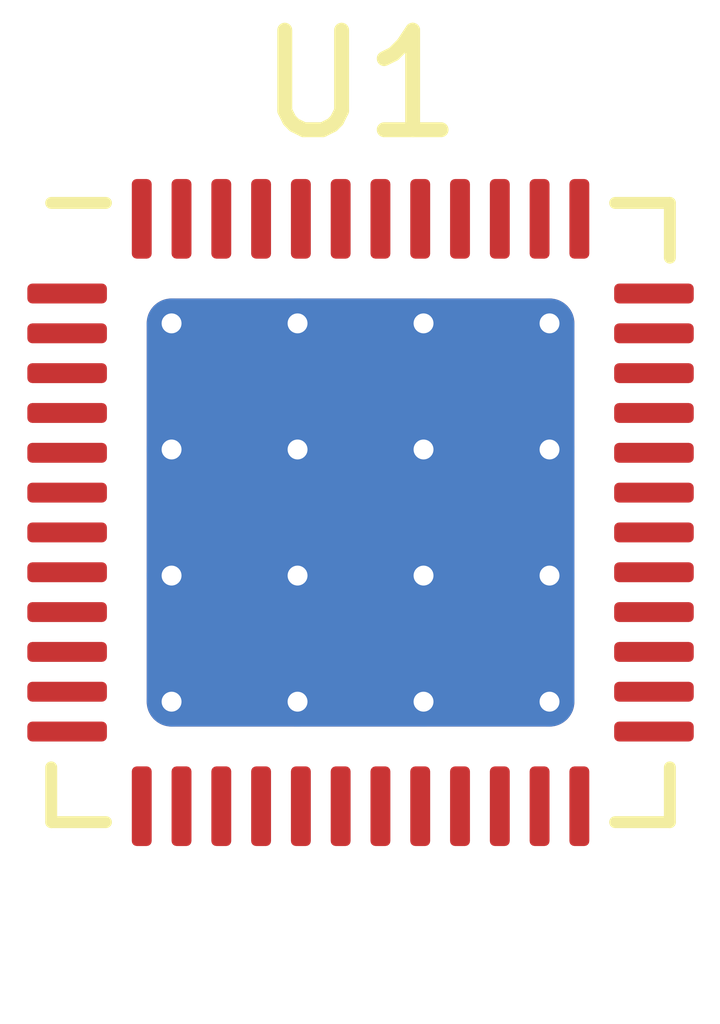
<source format=kicad_pcb>
(kicad_pcb (version 20171130) (host pcbnew 5.1.5-52549c5~84~ubuntu18.04.1)

  (general
    (thickness 1.6)
    (drawings 0)
    (tracks 0)
    (zones 0)
    (modules 1)
    (nets 2)
  )

  (page A4)
  (title_block
    (title "AXP203 Example PCB Implementation")
    (date 2019-12-24)
    (rev V1.0)
    (company "Embedded System Labs")
  )

  (layers
    (0 F.Cu signal)
    (31 B.Cu signal)
    (32 B.Adhes user)
    (33 F.Adhes user)
    (34 B.Paste user)
    (35 F.Paste user)
    (36 B.SilkS user)
    (37 F.SilkS user)
    (38 B.Mask user)
    (39 F.Mask user)
    (40 Dwgs.User user)
    (41 Cmts.User user)
    (42 Eco1.User user)
    (43 Eco2.User user)
    (44 Edge.Cuts user)
    (45 Margin user)
    (46 B.CrtYd user)
    (47 F.CrtYd user)
    (48 B.Fab user)
    (49 F.Fab user)
  )

  (setup
    (last_trace_width 0.25)
    (trace_clearance 0.2)
    (zone_clearance 0.508)
    (zone_45_only no)
    (trace_min 0.2)
    (via_size 0.8)
    (via_drill 0.4)
    (via_min_size 0.4)
    (via_min_drill 0.3)
    (uvia_size 0.3)
    (uvia_drill 0.1)
    (uvias_allowed no)
    (uvia_min_size 0.2)
    (uvia_min_drill 0.1)
    (edge_width 0.05)
    (segment_width 0.2)
    (pcb_text_width 0.3)
    (pcb_text_size 1.5 1.5)
    (mod_edge_width 0.12)
    (mod_text_size 1 1)
    (mod_text_width 0.15)
    (pad_size 1.524 1.524)
    (pad_drill 0.762)
    (pad_to_mask_clearance 0.051)
    (solder_mask_min_width 0.25)
    (aux_axis_origin 0 0)
    (visible_elements FFFFFF7F)
    (pcbplotparams
      (layerselection 0x010fc_ffffffff)
      (usegerberextensions false)
      (usegerberattributes false)
      (usegerberadvancedattributes false)
      (creategerberjobfile false)
      (excludeedgelayer true)
      (linewidth 0.100000)
      (plotframeref false)
      (viasonmask false)
      (mode 1)
      (useauxorigin false)
      (hpglpennumber 1)
      (hpglpenspeed 20)
      (hpglpendiameter 15.000000)
      (psnegative false)
      (psa4output false)
      (plotreference true)
      (plotvalue true)
      (plotinvisibletext false)
      (padsonsilk false)
      (subtractmaskfromsilk false)
      (outputformat 1)
      (mirror false)
      (drillshape 1)
      (scaleselection 1)
      (outputdirectory ""))
  )

  (net 0 "")
  (net 1 "Net-(U1-Pad49)")

  (net_class Default "This is the default net class."
    (clearance 0.2)
    (trace_width 0.25)
    (via_dia 0.8)
    (via_drill 0.4)
    (uvia_dia 0.3)
    (uvia_drill 0.1)
    (add_net "Net-(U1-Pad49)")
  )

  (module X_Powers:AXP203_QFN48 (layer F.Cu) (tedit 5C23F317) (tstamp 5E021F1C)
    (at 147.14 98.63)
    (descr "QFN, 48 Pin (https://www.espressif.com/sites/default/files/documentation/esp32_datasheet_en.pdf (page 38)), generated with kicad-footprint-generator ipc_dfn_qfn_generator.py")
    (tags "QFN DFN_QFN")
    (path /5E09CC0F/5E09CC8E)
    (attr smd)
    (fp_text reference U1 (at 0 -4.3) (layer F.SilkS)
      (effects (font (size 1 1) (thickness 0.15)))
    )
    (fp_text value AXP203 (at 0 4.3) (layer F.Fab)
      (effects (font (size 1 1) (thickness 0.15)))
    )
    (fp_line (start 2.56 -3.11) (end 3.11 -3.11) (layer F.SilkS) (width 0.12))
    (fp_line (start 3.11 -3.11) (end 3.11 -2.56) (layer F.SilkS) (width 0.12))
    (fp_line (start -2.56 3.11) (end -3.11 3.11) (layer F.SilkS) (width 0.12))
    (fp_line (start -3.11 3.11) (end -3.11 2.56) (layer F.SilkS) (width 0.12))
    (fp_line (start 2.56 3.11) (end 3.11 3.11) (layer F.SilkS) (width 0.12))
    (fp_line (start 3.11 3.11) (end 3.11 2.56) (layer F.SilkS) (width 0.12))
    (fp_line (start -2.56 -3.11) (end -3.11 -3.11) (layer F.SilkS) (width 0.12))
    (fp_line (start -2 -3) (end 3 -3) (layer F.Fab) (width 0.1))
    (fp_line (start 3 -3) (end 3 3) (layer F.Fab) (width 0.1))
    (fp_line (start 3 3) (end -3 3) (layer F.Fab) (width 0.1))
    (fp_line (start -3 3) (end -3 -2) (layer F.Fab) (width 0.1))
    (fp_line (start -3 -2) (end -2 -3) (layer F.Fab) (width 0.1))
    (fp_line (start -3.6 -3.6) (end -3.6 3.6) (layer F.CrtYd) (width 0.05))
    (fp_line (start -3.6 3.6) (end 3.6 3.6) (layer F.CrtYd) (width 0.05))
    (fp_line (start 3.6 3.6) (end 3.6 -3.6) (layer F.CrtYd) (width 0.05))
    (fp_line (start 3.6 -3.6) (end -3.6 -3.6) (layer F.CrtYd) (width 0.05))
    (fp_text user %R (at 0 0) (layer F.Fab)
      (effects (font (size 1 1) (thickness 0.15)))
    )
    (pad 49 smd roundrect (at 0 0) (size 4.3 4.3) (layers F.Cu F.Mask) (roundrect_rratio 0.05814)
      (net 1 "Net-(U1-Pad49)"))
    (pad 49 thru_hole circle (at -1.9 -1.9) (size 0.5 0.5) (drill 0.2) (layers *.Cu)
      (net 1 "Net-(U1-Pad49)"))
    (pad 49 thru_hole circle (at -0.633333 -1.9) (size 0.5 0.5) (drill 0.2) (layers *.Cu)
      (net 1 "Net-(U1-Pad49)"))
    (pad 49 thru_hole circle (at 0.633333 -1.9) (size 0.5 0.5) (drill 0.2) (layers *.Cu)
      (net 1 "Net-(U1-Pad49)"))
    (pad 49 thru_hole circle (at 1.9 -1.9) (size 0.5 0.5) (drill 0.2) (layers *.Cu)
      (net 1 "Net-(U1-Pad49)"))
    (pad 49 thru_hole circle (at -1.9 -0.633333) (size 0.5 0.5) (drill 0.2) (layers *.Cu)
      (net 1 "Net-(U1-Pad49)"))
    (pad 49 thru_hole circle (at -0.633333 -0.633333) (size 0.5 0.5) (drill 0.2) (layers *.Cu)
      (net 1 "Net-(U1-Pad49)"))
    (pad 49 thru_hole circle (at 0.633333 -0.633333) (size 0.5 0.5) (drill 0.2) (layers *.Cu)
      (net 1 "Net-(U1-Pad49)"))
    (pad 49 thru_hole circle (at 1.9 -0.633333) (size 0.5 0.5) (drill 0.2) (layers *.Cu)
      (net 1 "Net-(U1-Pad49)"))
    (pad 49 thru_hole circle (at -1.9 0.633333) (size 0.5 0.5) (drill 0.2) (layers *.Cu)
      (net 1 "Net-(U1-Pad49)"))
    (pad 49 thru_hole circle (at -0.633333 0.633333) (size 0.5 0.5) (drill 0.2) (layers *.Cu)
      (net 1 "Net-(U1-Pad49)"))
    (pad 49 thru_hole circle (at 0.633333 0.633333) (size 0.5 0.5) (drill 0.2) (layers *.Cu)
      (net 1 "Net-(U1-Pad49)"))
    (pad 49 thru_hole circle (at 1.9 0.633333) (size 0.5 0.5) (drill 0.2) (layers *.Cu)
      (net 1 "Net-(U1-Pad49)"))
    (pad 49 thru_hole circle (at -1.9 1.9) (size 0.5 0.5) (drill 0.2) (layers *.Cu)
      (net 1 "Net-(U1-Pad49)"))
    (pad 49 thru_hole circle (at -0.633333 1.9) (size 0.5 0.5) (drill 0.2) (layers *.Cu)
      (net 1 "Net-(U1-Pad49)"))
    (pad 49 thru_hole circle (at 0.633333 1.9) (size 0.5 0.5) (drill 0.2) (layers *.Cu)
      (net 1 "Net-(U1-Pad49)"))
    (pad 49 thru_hole circle (at 1.9 1.9) (size 0.5 0.5) (drill 0.2) (layers *.Cu)
      (net 1 "Net-(U1-Pad49)"))
    (pad 49 smd roundrect (at 0 0) (size 4.3 4.3) (layers B.Cu) (roundrect_rratio 0.05814)
      (net 1 "Net-(U1-Pad49)"))
    (pad "" smd custom (at -1.266667 -1.266667) (size 1.034133 1.034133) (layers F.Paste)
      (options (clearance outline) (anchor circle))
      (primitives
        (gr_poly (pts
           (xy -0.577795 -0.406029) (xy -0.406029 -0.577795) (xy 0.406029 -0.577795) (xy 0.577795 -0.406029) (xy 0.577795 0.406029)
           (xy 0.406029 0.577795) (xy -0.406029 0.577795) (xy -0.577795 0.406029)) (width 0))
      ))
    (pad "" smd custom (at -1.266667 0) (size 1.034133 1.034133) (layers F.Paste)
      (options (clearance outline) (anchor circle))
      (primitives
        (gr_poly (pts
           (xy -0.577795 -0.406029) (xy -0.406029 -0.577795) (xy 0.406029 -0.577795) (xy 0.577795 -0.406029) (xy 0.577795 0.406029)
           (xy 0.406029 0.577795) (xy -0.406029 0.577795) (xy -0.577795 0.406029)) (width 0))
      ))
    (pad "" smd custom (at -1.266667 1.266667) (size 1.034133 1.034133) (layers F.Paste)
      (options (clearance outline) (anchor circle))
      (primitives
        (gr_poly (pts
           (xy -0.577795 -0.406029) (xy -0.406029 -0.577795) (xy 0.406029 -0.577795) (xy 0.577795 -0.406029) (xy 0.577795 0.406029)
           (xy 0.406029 0.577795) (xy -0.406029 0.577795) (xy -0.577795 0.406029)) (width 0))
      ))
    (pad "" smd custom (at 0 -1.266667) (size 1.034133 1.034133) (layers F.Paste)
      (options (clearance outline) (anchor circle))
      (primitives
        (gr_poly (pts
           (xy -0.577795 -0.406029) (xy -0.406029 -0.577795) (xy 0.406029 -0.577795) (xy 0.577795 -0.406029) (xy 0.577795 0.406029)
           (xy 0.406029 0.577795) (xy -0.406029 0.577795) (xy -0.577795 0.406029)) (width 0))
      ))
    (pad "" smd custom (at 0 0) (size 1.034133 1.034133) (layers F.Paste)
      (options (clearance outline) (anchor circle))
      (primitives
        (gr_poly (pts
           (xy -0.577795 -0.406029) (xy -0.406029 -0.577795) (xy 0.406029 -0.577795) (xy 0.577795 -0.406029) (xy 0.577795 0.406029)
           (xy 0.406029 0.577795) (xy -0.406029 0.577795) (xy -0.577795 0.406029)) (width 0))
      ))
    (pad "" smd custom (at 0 1.266667) (size 1.034133 1.034133) (layers F.Paste)
      (options (clearance outline) (anchor circle))
      (primitives
        (gr_poly (pts
           (xy -0.577795 -0.406029) (xy -0.406029 -0.577795) (xy 0.406029 -0.577795) (xy 0.577795 -0.406029) (xy 0.577795 0.406029)
           (xy 0.406029 0.577795) (xy -0.406029 0.577795) (xy -0.577795 0.406029)) (width 0))
      ))
    (pad "" smd custom (at 1.266667 -1.266667) (size 1.034133 1.034133) (layers F.Paste)
      (options (clearance outline) (anchor circle))
      (primitives
        (gr_poly (pts
           (xy -0.577795 -0.406029) (xy -0.406029 -0.577795) (xy 0.406029 -0.577795) (xy 0.577795 -0.406029) (xy 0.577795 0.406029)
           (xy 0.406029 0.577795) (xy -0.406029 0.577795) (xy -0.577795 0.406029)) (width 0))
      ))
    (pad "" smd custom (at 1.266667 0) (size 1.034133 1.034133) (layers F.Paste)
      (options (clearance outline) (anchor circle))
      (primitives
        (gr_poly (pts
           (xy -0.577795 -0.406029) (xy -0.406029 -0.577795) (xy 0.406029 -0.577795) (xy 0.577795 -0.406029) (xy 0.577795 0.406029)
           (xy 0.406029 0.577795) (xy -0.406029 0.577795) (xy -0.577795 0.406029)) (width 0))
      ))
    (pad "" smd custom (at 1.266667 1.266667) (size 1.034133 1.034133) (layers F.Paste)
      (options (clearance outline) (anchor circle))
      (primitives
        (gr_poly (pts
           (xy -0.577795 -0.406029) (xy -0.406029 -0.577795) (xy 0.406029 -0.577795) (xy 0.577795 -0.406029) (xy 0.577795 0.406029)
           (xy 0.406029 0.577795) (xy -0.406029 0.577795) (xy -0.577795 0.406029)) (width 0))
      ))
    (pad 1 smd roundrect (at -2.95 -2.2) (size 0.8 0.2) (layers F.Cu F.Paste F.Mask) (roundrect_rratio 0.25))
    (pad 2 smd roundrect (at -2.95 -1.8) (size 0.8 0.2) (layers F.Cu F.Paste F.Mask) (roundrect_rratio 0.25))
    (pad 3 smd roundrect (at -2.95 -1.4) (size 0.8 0.2) (layers F.Cu F.Paste F.Mask) (roundrect_rratio 0.25))
    (pad 4 smd roundrect (at -2.95 -1) (size 0.8 0.2) (layers F.Cu F.Paste F.Mask) (roundrect_rratio 0.25))
    (pad 5 smd roundrect (at -2.95 -0.6) (size 0.8 0.2) (layers F.Cu F.Paste F.Mask) (roundrect_rratio 0.25))
    (pad 6 smd roundrect (at -2.95 -0.2) (size 0.8 0.2) (layers F.Cu F.Paste F.Mask) (roundrect_rratio 0.25))
    (pad 7 smd roundrect (at -2.95 0.2) (size 0.8 0.2) (layers F.Cu F.Paste F.Mask) (roundrect_rratio 0.25))
    (pad 8 smd roundrect (at -2.95 0.6) (size 0.8 0.2) (layers F.Cu F.Paste F.Mask) (roundrect_rratio 0.25))
    (pad 9 smd roundrect (at -2.95 1) (size 0.8 0.2) (layers F.Cu F.Paste F.Mask) (roundrect_rratio 0.25))
    (pad 10 smd roundrect (at -2.95 1.4) (size 0.8 0.2) (layers F.Cu F.Paste F.Mask) (roundrect_rratio 0.25))
    (pad 11 smd roundrect (at -2.95 1.8) (size 0.8 0.2) (layers F.Cu F.Paste F.Mask) (roundrect_rratio 0.25))
    (pad 12 smd roundrect (at -2.95 2.2) (size 0.8 0.2) (layers F.Cu F.Paste F.Mask) (roundrect_rratio 0.25))
    (pad 13 smd roundrect (at -2.2 2.95) (size 0.2 0.8) (layers F.Cu F.Paste F.Mask) (roundrect_rratio 0.25))
    (pad 14 smd roundrect (at -1.8 2.95) (size 0.2 0.8) (layers F.Cu F.Paste F.Mask) (roundrect_rratio 0.25))
    (pad 15 smd roundrect (at -1.4 2.95) (size 0.2 0.8) (layers F.Cu F.Paste F.Mask) (roundrect_rratio 0.25))
    (pad 16 smd roundrect (at -1 2.95) (size 0.2 0.8) (layers F.Cu F.Paste F.Mask) (roundrect_rratio 0.25))
    (pad 17 smd roundrect (at -0.6 2.95) (size 0.2 0.8) (layers F.Cu F.Paste F.Mask) (roundrect_rratio 0.25))
    (pad 18 smd roundrect (at -0.2 2.95) (size 0.2 0.8) (layers F.Cu F.Paste F.Mask) (roundrect_rratio 0.25))
    (pad 19 smd roundrect (at 0.2 2.95) (size 0.2 0.8) (layers F.Cu F.Paste F.Mask) (roundrect_rratio 0.25))
    (pad 20 smd roundrect (at 0.6 2.95) (size 0.2 0.8) (layers F.Cu F.Paste F.Mask) (roundrect_rratio 0.25))
    (pad 21 smd roundrect (at 1 2.95) (size 0.2 0.8) (layers F.Cu F.Paste F.Mask) (roundrect_rratio 0.25))
    (pad 22 smd roundrect (at 1.4 2.95) (size 0.2 0.8) (layers F.Cu F.Paste F.Mask) (roundrect_rratio 0.25))
    (pad 23 smd roundrect (at 1.8 2.95) (size 0.2 0.8) (layers F.Cu F.Paste F.Mask) (roundrect_rratio 0.25))
    (pad 24 smd roundrect (at 2.2 2.95) (size 0.2 0.8) (layers F.Cu F.Paste F.Mask) (roundrect_rratio 0.25))
    (pad 25 smd roundrect (at 2.95 2.2) (size 0.8 0.2) (layers F.Cu F.Paste F.Mask) (roundrect_rratio 0.25))
    (pad 26 smd roundrect (at 2.95 1.8) (size 0.8 0.2) (layers F.Cu F.Paste F.Mask) (roundrect_rratio 0.25))
    (pad 27 smd roundrect (at 2.95 1.4) (size 0.8 0.2) (layers F.Cu F.Paste F.Mask) (roundrect_rratio 0.25))
    (pad 28 smd roundrect (at 2.95 1) (size 0.8 0.2) (layers F.Cu F.Paste F.Mask) (roundrect_rratio 0.25))
    (pad 29 smd roundrect (at 2.95 0.6) (size 0.8 0.2) (layers F.Cu F.Paste F.Mask) (roundrect_rratio 0.25))
    (pad 30 smd roundrect (at 2.95 0.2) (size 0.8 0.2) (layers F.Cu F.Paste F.Mask) (roundrect_rratio 0.25))
    (pad 31 smd roundrect (at 2.95 -0.2) (size 0.8 0.2) (layers F.Cu F.Paste F.Mask) (roundrect_rratio 0.25))
    (pad 32 smd roundrect (at 2.95 -0.6) (size 0.8 0.2) (layers F.Cu F.Paste F.Mask) (roundrect_rratio 0.25))
    (pad 33 smd roundrect (at 2.95 -1) (size 0.8 0.2) (layers F.Cu F.Paste F.Mask) (roundrect_rratio 0.25))
    (pad 34 smd roundrect (at 2.95 -1.4) (size 0.8 0.2) (layers F.Cu F.Paste F.Mask) (roundrect_rratio 0.25))
    (pad 35 smd roundrect (at 2.95 -1.8) (size 0.8 0.2) (layers F.Cu F.Paste F.Mask) (roundrect_rratio 0.25))
    (pad 36 smd roundrect (at 2.95 -2.2) (size 0.8 0.2) (layers F.Cu F.Paste F.Mask) (roundrect_rratio 0.25))
    (pad 37 smd roundrect (at 2.2 -2.95) (size 0.2 0.8) (layers F.Cu F.Paste F.Mask) (roundrect_rratio 0.25))
    (pad 38 smd roundrect (at 1.8 -2.95) (size 0.2 0.8) (layers F.Cu F.Paste F.Mask) (roundrect_rratio 0.25))
    (pad 39 smd roundrect (at 1.4 -2.95) (size 0.2 0.8) (layers F.Cu F.Paste F.Mask) (roundrect_rratio 0.25))
    (pad 40 smd roundrect (at 1 -2.95) (size 0.2 0.8) (layers F.Cu F.Paste F.Mask) (roundrect_rratio 0.25))
    (pad 41 smd roundrect (at 0.6 -2.95) (size 0.2 0.8) (layers F.Cu F.Paste F.Mask) (roundrect_rratio 0.25))
    (pad 42 smd roundrect (at 0.2 -2.95) (size 0.2 0.8) (layers F.Cu F.Paste F.Mask) (roundrect_rratio 0.25))
    (pad 43 smd roundrect (at -0.2 -2.95) (size 0.2 0.8) (layers F.Cu F.Paste F.Mask) (roundrect_rratio 0.25))
    (pad 44 smd roundrect (at -0.6 -2.95) (size 0.2 0.8) (layers F.Cu F.Paste F.Mask) (roundrect_rratio 0.25))
    (pad 45 smd roundrect (at -1 -2.95) (size 0.2 0.8) (layers F.Cu F.Paste F.Mask) (roundrect_rratio 0.25))
    (pad 46 smd roundrect (at -1.4 -2.95) (size 0.2 0.8) (layers F.Cu F.Paste F.Mask) (roundrect_rratio 0.25))
    (pad 47 smd roundrect (at -1.8 -2.95) (size 0.2 0.8) (layers F.Cu F.Paste F.Mask) (roundrect_rratio 0.25))
    (pad 48 smd roundrect (at -2.2 -2.95) (size 0.2 0.8) (layers F.Cu F.Paste F.Mask) (roundrect_rratio 0.25))
    (model ${KISYS3DMOD}/PMU_Units/X_Powers/3D_View/AXP203_QFN48.x3d
      (at (xyz 0 0 0))
      (scale (xyz 1 1 1))
      (rotate (xyz 0 0 0))
    )
  )

)

</source>
